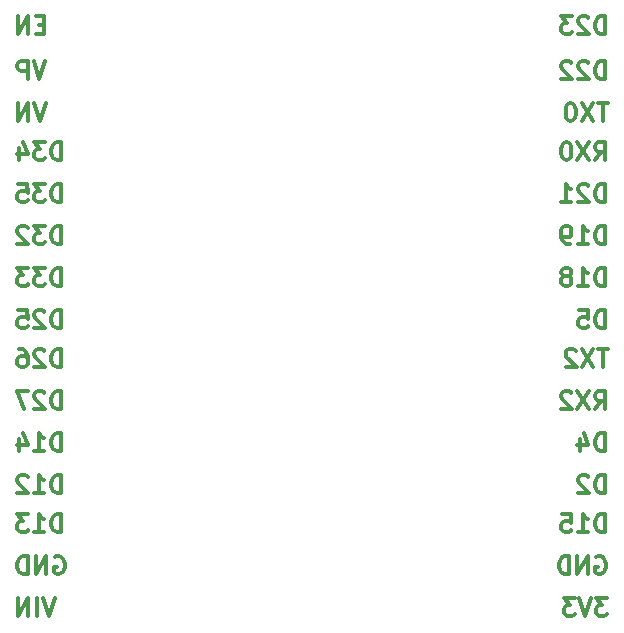
<source format=gbo>
%TF.GenerationSoftware,KiCad,Pcbnew,7.0.10-7.0.10~ubuntu22.04.1*%
%TF.CreationDate,2024-02-12T01:23:16+01:00*%
%TF.ProjectId,screw_terminal_breakout_board_esp32,73637265-775f-4746-9572-6d696e616c5f,rev?*%
%TF.SameCoordinates,Original*%
%TF.FileFunction,Legend,Bot*%
%TF.FilePolarity,Positive*%
%FSLAX46Y46*%
G04 Gerber Fmt 4.6, Leading zero omitted, Abs format (unit mm)*
G04 Created by KiCad (PCBNEW 7.0.10-7.0.10~ubuntu22.04.1) date 2024-02-12 01:23:16*
%MOMM*%
%LPD*%
G01*
G04 APERTURE LIST*
%ADD10C,0.300000*%
G04 APERTURE END LIST*
D10*
X163819774Y-112074257D02*
X163962632Y-112002828D01*
X163962632Y-112002828D02*
X164176917Y-112002828D01*
X164176917Y-112002828D02*
X164391203Y-112074257D01*
X164391203Y-112074257D02*
X164534060Y-112217114D01*
X164534060Y-112217114D02*
X164605489Y-112359971D01*
X164605489Y-112359971D02*
X164676917Y-112645685D01*
X164676917Y-112645685D02*
X164676917Y-112859971D01*
X164676917Y-112859971D02*
X164605489Y-113145685D01*
X164605489Y-113145685D02*
X164534060Y-113288542D01*
X164534060Y-113288542D02*
X164391203Y-113431400D01*
X164391203Y-113431400D02*
X164176917Y-113502828D01*
X164176917Y-113502828D02*
X164034060Y-113502828D01*
X164034060Y-113502828D02*
X163819774Y-113431400D01*
X163819774Y-113431400D02*
X163748346Y-113359971D01*
X163748346Y-113359971D02*
X163748346Y-112859971D01*
X163748346Y-112859971D02*
X164034060Y-112859971D01*
X163105489Y-113502828D02*
X163105489Y-112002828D01*
X163105489Y-112002828D02*
X162248346Y-113502828D01*
X162248346Y-113502828D02*
X162248346Y-112002828D01*
X161534060Y-113502828D02*
X161534060Y-112002828D01*
X161534060Y-112002828D02*
X161176917Y-112002828D01*
X161176917Y-112002828D02*
X160962631Y-112074257D01*
X160962631Y-112074257D02*
X160819774Y-112217114D01*
X160819774Y-112217114D02*
X160748345Y-112359971D01*
X160748345Y-112359971D02*
X160676917Y-112645685D01*
X160676917Y-112645685D02*
X160676917Y-112859971D01*
X160676917Y-112859971D02*
X160748345Y-113145685D01*
X160748345Y-113145685D02*
X160819774Y-113288542D01*
X160819774Y-113288542D02*
X160962631Y-113431400D01*
X160962631Y-113431400D02*
X161176917Y-113502828D01*
X161176917Y-113502828D02*
X161534060Y-113502828D01*
X164605489Y-89118828D02*
X164605489Y-87618828D01*
X164605489Y-87618828D02*
X164248346Y-87618828D01*
X164248346Y-87618828D02*
X164034060Y-87690257D01*
X164034060Y-87690257D02*
X163891203Y-87833114D01*
X163891203Y-87833114D02*
X163819774Y-87975971D01*
X163819774Y-87975971D02*
X163748346Y-88261685D01*
X163748346Y-88261685D02*
X163748346Y-88475971D01*
X163748346Y-88475971D02*
X163819774Y-88761685D01*
X163819774Y-88761685D02*
X163891203Y-88904542D01*
X163891203Y-88904542D02*
X164034060Y-89047400D01*
X164034060Y-89047400D02*
X164248346Y-89118828D01*
X164248346Y-89118828D02*
X164605489Y-89118828D01*
X162319774Y-89118828D02*
X163176917Y-89118828D01*
X162748346Y-89118828D02*
X162748346Y-87618828D01*
X162748346Y-87618828D02*
X162891203Y-87833114D01*
X162891203Y-87833114D02*
X163034060Y-87975971D01*
X163034060Y-87975971D02*
X163176917Y-88047400D01*
X161462632Y-88261685D02*
X161605489Y-88190257D01*
X161605489Y-88190257D02*
X161676918Y-88118828D01*
X161676918Y-88118828D02*
X161748346Y-87975971D01*
X161748346Y-87975971D02*
X161748346Y-87904542D01*
X161748346Y-87904542D02*
X161676918Y-87761685D01*
X161676918Y-87761685D02*
X161605489Y-87690257D01*
X161605489Y-87690257D02*
X161462632Y-87618828D01*
X161462632Y-87618828D02*
X161176918Y-87618828D01*
X161176918Y-87618828D02*
X161034061Y-87690257D01*
X161034061Y-87690257D02*
X160962632Y-87761685D01*
X160962632Y-87761685D02*
X160891203Y-87904542D01*
X160891203Y-87904542D02*
X160891203Y-87975971D01*
X160891203Y-87975971D02*
X160962632Y-88118828D01*
X160962632Y-88118828D02*
X161034061Y-88190257D01*
X161034061Y-88190257D02*
X161176918Y-88261685D01*
X161176918Y-88261685D02*
X161462632Y-88261685D01*
X161462632Y-88261685D02*
X161605489Y-88333114D01*
X161605489Y-88333114D02*
X161676918Y-88404542D01*
X161676918Y-88404542D02*
X161748346Y-88547400D01*
X161748346Y-88547400D02*
X161748346Y-88833114D01*
X161748346Y-88833114D02*
X161676918Y-88975971D01*
X161676918Y-88975971D02*
X161605489Y-89047400D01*
X161605489Y-89047400D02*
X161462632Y-89118828D01*
X161462632Y-89118828D02*
X161176918Y-89118828D01*
X161176918Y-89118828D02*
X161034061Y-89047400D01*
X161034061Y-89047400D02*
X160962632Y-88975971D01*
X160962632Y-88975971D02*
X160891203Y-88833114D01*
X160891203Y-88833114D02*
X160891203Y-88547400D01*
X160891203Y-88547400D02*
X160962632Y-88404542D01*
X160962632Y-88404542D02*
X161034061Y-88333114D01*
X161034061Y-88333114D02*
X161176918Y-88261685D01*
X164605489Y-71592828D02*
X164605489Y-70092828D01*
X164605489Y-70092828D02*
X164248346Y-70092828D01*
X164248346Y-70092828D02*
X164034060Y-70164257D01*
X164034060Y-70164257D02*
X163891203Y-70307114D01*
X163891203Y-70307114D02*
X163819774Y-70449971D01*
X163819774Y-70449971D02*
X163748346Y-70735685D01*
X163748346Y-70735685D02*
X163748346Y-70949971D01*
X163748346Y-70949971D02*
X163819774Y-71235685D01*
X163819774Y-71235685D02*
X163891203Y-71378542D01*
X163891203Y-71378542D02*
X164034060Y-71521400D01*
X164034060Y-71521400D02*
X164248346Y-71592828D01*
X164248346Y-71592828D02*
X164605489Y-71592828D01*
X163176917Y-70235685D02*
X163105489Y-70164257D01*
X163105489Y-70164257D02*
X162962632Y-70092828D01*
X162962632Y-70092828D02*
X162605489Y-70092828D01*
X162605489Y-70092828D02*
X162462632Y-70164257D01*
X162462632Y-70164257D02*
X162391203Y-70235685D01*
X162391203Y-70235685D02*
X162319774Y-70378542D01*
X162319774Y-70378542D02*
X162319774Y-70521400D01*
X162319774Y-70521400D02*
X162391203Y-70735685D01*
X162391203Y-70735685D02*
X163248346Y-71592828D01*
X163248346Y-71592828D02*
X162319774Y-71592828D01*
X161748346Y-70235685D02*
X161676918Y-70164257D01*
X161676918Y-70164257D02*
X161534061Y-70092828D01*
X161534061Y-70092828D02*
X161176918Y-70092828D01*
X161176918Y-70092828D02*
X161034061Y-70164257D01*
X161034061Y-70164257D02*
X160962632Y-70235685D01*
X160962632Y-70235685D02*
X160891203Y-70378542D01*
X160891203Y-70378542D02*
X160891203Y-70521400D01*
X160891203Y-70521400D02*
X160962632Y-70735685D01*
X160962632Y-70735685D02*
X161819775Y-71592828D01*
X161819775Y-71592828D02*
X160891203Y-71592828D01*
X164819774Y-73648828D02*
X163962632Y-73648828D01*
X164391203Y-75148828D02*
X164391203Y-73648828D01*
X163605489Y-73648828D02*
X162605489Y-75148828D01*
X162605489Y-73648828D02*
X163605489Y-75148828D01*
X161748346Y-73648828D02*
X161605489Y-73648828D01*
X161605489Y-73648828D02*
X161462632Y-73720257D01*
X161462632Y-73720257D02*
X161391204Y-73791685D01*
X161391204Y-73791685D02*
X161319775Y-73934542D01*
X161319775Y-73934542D02*
X161248346Y-74220257D01*
X161248346Y-74220257D02*
X161248346Y-74577400D01*
X161248346Y-74577400D02*
X161319775Y-74863114D01*
X161319775Y-74863114D02*
X161391204Y-75005971D01*
X161391204Y-75005971D02*
X161462632Y-75077400D01*
X161462632Y-75077400D02*
X161605489Y-75148828D01*
X161605489Y-75148828D02*
X161748346Y-75148828D01*
X161748346Y-75148828D02*
X161891204Y-75077400D01*
X161891204Y-75077400D02*
X161962632Y-75005971D01*
X161962632Y-75005971D02*
X162034061Y-74863114D01*
X162034061Y-74863114D02*
X162105489Y-74577400D01*
X162105489Y-74577400D02*
X162105489Y-74220257D01*
X162105489Y-74220257D02*
X162034061Y-73934542D01*
X162034061Y-73934542D02*
X161962632Y-73791685D01*
X161962632Y-73791685D02*
X161891204Y-73720257D01*
X161891204Y-73720257D02*
X161748346Y-73648828D01*
X164605489Y-85562828D02*
X164605489Y-84062828D01*
X164605489Y-84062828D02*
X164248346Y-84062828D01*
X164248346Y-84062828D02*
X164034060Y-84134257D01*
X164034060Y-84134257D02*
X163891203Y-84277114D01*
X163891203Y-84277114D02*
X163819774Y-84419971D01*
X163819774Y-84419971D02*
X163748346Y-84705685D01*
X163748346Y-84705685D02*
X163748346Y-84919971D01*
X163748346Y-84919971D02*
X163819774Y-85205685D01*
X163819774Y-85205685D02*
X163891203Y-85348542D01*
X163891203Y-85348542D02*
X164034060Y-85491400D01*
X164034060Y-85491400D02*
X164248346Y-85562828D01*
X164248346Y-85562828D02*
X164605489Y-85562828D01*
X162319774Y-85562828D02*
X163176917Y-85562828D01*
X162748346Y-85562828D02*
X162748346Y-84062828D01*
X162748346Y-84062828D02*
X162891203Y-84277114D01*
X162891203Y-84277114D02*
X163034060Y-84419971D01*
X163034060Y-84419971D02*
X163176917Y-84491400D01*
X161605489Y-85562828D02*
X161319775Y-85562828D01*
X161319775Y-85562828D02*
X161176918Y-85491400D01*
X161176918Y-85491400D02*
X161105489Y-85419971D01*
X161105489Y-85419971D02*
X160962632Y-85205685D01*
X160962632Y-85205685D02*
X160891203Y-84919971D01*
X160891203Y-84919971D02*
X160891203Y-84348542D01*
X160891203Y-84348542D02*
X160962632Y-84205685D01*
X160962632Y-84205685D02*
X161034061Y-84134257D01*
X161034061Y-84134257D02*
X161176918Y-84062828D01*
X161176918Y-84062828D02*
X161462632Y-84062828D01*
X161462632Y-84062828D02*
X161605489Y-84134257D01*
X161605489Y-84134257D02*
X161676918Y-84205685D01*
X161676918Y-84205685D02*
X161748346Y-84348542D01*
X161748346Y-84348542D02*
X161748346Y-84705685D01*
X161748346Y-84705685D02*
X161676918Y-84848542D01*
X161676918Y-84848542D02*
X161605489Y-84919971D01*
X161605489Y-84919971D02*
X161462632Y-84991400D01*
X161462632Y-84991400D02*
X161176918Y-84991400D01*
X161176918Y-84991400D02*
X161034061Y-84919971D01*
X161034061Y-84919971D02*
X160962632Y-84848542D01*
X160962632Y-84848542D02*
X160891203Y-84705685D01*
X117271653Y-73648828D02*
X116771653Y-75148828D01*
X116771653Y-75148828D02*
X116271653Y-73648828D01*
X115771654Y-75148828D02*
X115771654Y-73648828D01*
X115771654Y-73648828D02*
X114914511Y-75148828D01*
X114914511Y-75148828D02*
X114914511Y-73648828D01*
X118557367Y-95976828D02*
X118557367Y-94476828D01*
X118557367Y-94476828D02*
X118200224Y-94476828D01*
X118200224Y-94476828D02*
X117985938Y-94548257D01*
X117985938Y-94548257D02*
X117843081Y-94691114D01*
X117843081Y-94691114D02*
X117771652Y-94833971D01*
X117771652Y-94833971D02*
X117700224Y-95119685D01*
X117700224Y-95119685D02*
X117700224Y-95333971D01*
X117700224Y-95333971D02*
X117771652Y-95619685D01*
X117771652Y-95619685D02*
X117843081Y-95762542D01*
X117843081Y-95762542D02*
X117985938Y-95905400D01*
X117985938Y-95905400D02*
X118200224Y-95976828D01*
X118200224Y-95976828D02*
X118557367Y-95976828D01*
X117128795Y-94619685D02*
X117057367Y-94548257D01*
X117057367Y-94548257D02*
X116914510Y-94476828D01*
X116914510Y-94476828D02*
X116557367Y-94476828D01*
X116557367Y-94476828D02*
X116414510Y-94548257D01*
X116414510Y-94548257D02*
X116343081Y-94619685D01*
X116343081Y-94619685D02*
X116271652Y-94762542D01*
X116271652Y-94762542D02*
X116271652Y-94905400D01*
X116271652Y-94905400D02*
X116343081Y-95119685D01*
X116343081Y-95119685D02*
X117200224Y-95976828D01*
X117200224Y-95976828D02*
X116271652Y-95976828D01*
X114985939Y-94476828D02*
X115271653Y-94476828D01*
X115271653Y-94476828D02*
X115414510Y-94548257D01*
X115414510Y-94548257D02*
X115485939Y-94619685D01*
X115485939Y-94619685D02*
X115628796Y-94833971D01*
X115628796Y-94833971D02*
X115700224Y-95119685D01*
X115700224Y-95119685D02*
X115700224Y-95691114D01*
X115700224Y-95691114D02*
X115628796Y-95833971D01*
X115628796Y-95833971D02*
X115557367Y-95905400D01*
X115557367Y-95905400D02*
X115414510Y-95976828D01*
X115414510Y-95976828D02*
X115128796Y-95976828D01*
X115128796Y-95976828D02*
X114985939Y-95905400D01*
X114985939Y-95905400D02*
X114914510Y-95833971D01*
X114914510Y-95833971D02*
X114843081Y-95691114D01*
X114843081Y-95691114D02*
X114843081Y-95333971D01*
X114843081Y-95333971D02*
X114914510Y-95191114D01*
X114914510Y-95191114D02*
X114985939Y-95119685D01*
X114985939Y-95119685D02*
X115128796Y-95048257D01*
X115128796Y-95048257D02*
X115414510Y-95048257D01*
X115414510Y-95048257D02*
X115557367Y-95119685D01*
X115557367Y-95119685D02*
X115628796Y-95191114D01*
X115628796Y-95191114D02*
X115700224Y-95333971D01*
X118557367Y-78450828D02*
X118557367Y-76950828D01*
X118557367Y-76950828D02*
X118200224Y-76950828D01*
X118200224Y-76950828D02*
X117985938Y-77022257D01*
X117985938Y-77022257D02*
X117843081Y-77165114D01*
X117843081Y-77165114D02*
X117771652Y-77307971D01*
X117771652Y-77307971D02*
X117700224Y-77593685D01*
X117700224Y-77593685D02*
X117700224Y-77807971D01*
X117700224Y-77807971D02*
X117771652Y-78093685D01*
X117771652Y-78093685D02*
X117843081Y-78236542D01*
X117843081Y-78236542D02*
X117985938Y-78379400D01*
X117985938Y-78379400D02*
X118200224Y-78450828D01*
X118200224Y-78450828D02*
X118557367Y-78450828D01*
X117200224Y-76950828D02*
X116271652Y-76950828D01*
X116271652Y-76950828D02*
X116771652Y-77522257D01*
X116771652Y-77522257D02*
X116557367Y-77522257D01*
X116557367Y-77522257D02*
X116414510Y-77593685D01*
X116414510Y-77593685D02*
X116343081Y-77665114D01*
X116343081Y-77665114D02*
X116271652Y-77807971D01*
X116271652Y-77807971D02*
X116271652Y-78165114D01*
X116271652Y-78165114D02*
X116343081Y-78307971D01*
X116343081Y-78307971D02*
X116414510Y-78379400D01*
X116414510Y-78379400D02*
X116557367Y-78450828D01*
X116557367Y-78450828D02*
X116985938Y-78450828D01*
X116985938Y-78450828D02*
X117128795Y-78379400D01*
X117128795Y-78379400D02*
X117200224Y-78307971D01*
X114985939Y-77450828D02*
X114985939Y-78450828D01*
X115343081Y-76879400D02*
X115700224Y-77950828D01*
X115700224Y-77950828D02*
X114771653Y-77950828D01*
X163748346Y-99532828D02*
X164248346Y-98818542D01*
X164605489Y-99532828D02*
X164605489Y-98032828D01*
X164605489Y-98032828D02*
X164034060Y-98032828D01*
X164034060Y-98032828D02*
X163891203Y-98104257D01*
X163891203Y-98104257D02*
X163819774Y-98175685D01*
X163819774Y-98175685D02*
X163748346Y-98318542D01*
X163748346Y-98318542D02*
X163748346Y-98532828D01*
X163748346Y-98532828D02*
X163819774Y-98675685D01*
X163819774Y-98675685D02*
X163891203Y-98747114D01*
X163891203Y-98747114D02*
X164034060Y-98818542D01*
X164034060Y-98818542D02*
X164605489Y-98818542D01*
X163248346Y-98032828D02*
X162248346Y-99532828D01*
X162248346Y-98032828D02*
X163248346Y-99532828D01*
X161748346Y-98175685D02*
X161676918Y-98104257D01*
X161676918Y-98104257D02*
X161534061Y-98032828D01*
X161534061Y-98032828D02*
X161176918Y-98032828D01*
X161176918Y-98032828D02*
X161034061Y-98104257D01*
X161034061Y-98104257D02*
X160962632Y-98175685D01*
X160962632Y-98175685D02*
X160891203Y-98318542D01*
X160891203Y-98318542D02*
X160891203Y-98461400D01*
X160891203Y-98461400D02*
X160962632Y-98675685D01*
X160962632Y-98675685D02*
X161819775Y-99532828D01*
X161819775Y-99532828D02*
X160891203Y-99532828D01*
X164605489Y-106644828D02*
X164605489Y-105144828D01*
X164605489Y-105144828D02*
X164248346Y-105144828D01*
X164248346Y-105144828D02*
X164034060Y-105216257D01*
X164034060Y-105216257D02*
X163891203Y-105359114D01*
X163891203Y-105359114D02*
X163819774Y-105501971D01*
X163819774Y-105501971D02*
X163748346Y-105787685D01*
X163748346Y-105787685D02*
X163748346Y-106001971D01*
X163748346Y-106001971D02*
X163819774Y-106287685D01*
X163819774Y-106287685D02*
X163891203Y-106430542D01*
X163891203Y-106430542D02*
X164034060Y-106573400D01*
X164034060Y-106573400D02*
X164248346Y-106644828D01*
X164248346Y-106644828D02*
X164605489Y-106644828D01*
X163176917Y-105287685D02*
X163105489Y-105216257D01*
X163105489Y-105216257D02*
X162962632Y-105144828D01*
X162962632Y-105144828D02*
X162605489Y-105144828D01*
X162605489Y-105144828D02*
X162462632Y-105216257D01*
X162462632Y-105216257D02*
X162391203Y-105287685D01*
X162391203Y-105287685D02*
X162319774Y-105430542D01*
X162319774Y-105430542D02*
X162319774Y-105573400D01*
X162319774Y-105573400D02*
X162391203Y-105787685D01*
X162391203Y-105787685D02*
X163248346Y-106644828D01*
X163248346Y-106644828D02*
X162319774Y-106644828D01*
X118557367Y-89118828D02*
X118557367Y-87618828D01*
X118557367Y-87618828D02*
X118200224Y-87618828D01*
X118200224Y-87618828D02*
X117985938Y-87690257D01*
X117985938Y-87690257D02*
X117843081Y-87833114D01*
X117843081Y-87833114D02*
X117771652Y-87975971D01*
X117771652Y-87975971D02*
X117700224Y-88261685D01*
X117700224Y-88261685D02*
X117700224Y-88475971D01*
X117700224Y-88475971D02*
X117771652Y-88761685D01*
X117771652Y-88761685D02*
X117843081Y-88904542D01*
X117843081Y-88904542D02*
X117985938Y-89047400D01*
X117985938Y-89047400D02*
X118200224Y-89118828D01*
X118200224Y-89118828D02*
X118557367Y-89118828D01*
X117200224Y-87618828D02*
X116271652Y-87618828D01*
X116271652Y-87618828D02*
X116771652Y-88190257D01*
X116771652Y-88190257D02*
X116557367Y-88190257D01*
X116557367Y-88190257D02*
X116414510Y-88261685D01*
X116414510Y-88261685D02*
X116343081Y-88333114D01*
X116343081Y-88333114D02*
X116271652Y-88475971D01*
X116271652Y-88475971D02*
X116271652Y-88833114D01*
X116271652Y-88833114D02*
X116343081Y-88975971D01*
X116343081Y-88975971D02*
X116414510Y-89047400D01*
X116414510Y-89047400D02*
X116557367Y-89118828D01*
X116557367Y-89118828D02*
X116985938Y-89118828D01*
X116985938Y-89118828D02*
X117128795Y-89047400D01*
X117128795Y-89047400D02*
X117200224Y-88975971D01*
X115771653Y-87618828D02*
X114843081Y-87618828D01*
X114843081Y-87618828D02*
X115343081Y-88190257D01*
X115343081Y-88190257D02*
X115128796Y-88190257D01*
X115128796Y-88190257D02*
X114985939Y-88261685D01*
X114985939Y-88261685D02*
X114914510Y-88333114D01*
X114914510Y-88333114D02*
X114843081Y-88475971D01*
X114843081Y-88475971D02*
X114843081Y-88833114D01*
X114843081Y-88833114D02*
X114914510Y-88975971D01*
X114914510Y-88975971D02*
X114985939Y-89047400D01*
X114985939Y-89047400D02*
X115128796Y-89118828D01*
X115128796Y-89118828D02*
X115557367Y-89118828D01*
X115557367Y-89118828D02*
X115700224Y-89047400D01*
X115700224Y-89047400D02*
X115771653Y-88975971D01*
X164605489Y-82006828D02*
X164605489Y-80506828D01*
X164605489Y-80506828D02*
X164248346Y-80506828D01*
X164248346Y-80506828D02*
X164034060Y-80578257D01*
X164034060Y-80578257D02*
X163891203Y-80721114D01*
X163891203Y-80721114D02*
X163819774Y-80863971D01*
X163819774Y-80863971D02*
X163748346Y-81149685D01*
X163748346Y-81149685D02*
X163748346Y-81363971D01*
X163748346Y-81363971D02*
X163819774Y-81649685D01*
X163819774Y-81649685D02*
X163891203Y-81792542D01*
X163891203Y-81792542D02*
X164034060Y-81935400D01*
X164034060Y-81935400D02*
X164248346Y-82006828D01*
X164248346Y-82006828D02*
X164605489Y-82006828D01*
X163176917Y-80649685D02*
X163105489Y-80578257D01*
X163105489Y-80578257D02*
X162962632Y-80506828D01*
X162962632Y-80506828D02*
X162605489Y-80506828D01*
X162605489Y-80506828D02*
X162462632Y-80578257D01*
X162462632Y-80578257D02*
X162391203Y-80649685D01*
X162391203Y-80649685D02*
X162319774Y-80792542D01*
X162319774Y-80792542D02*
X162319774Y-80935400D01*
X162319774Y-80935400D02*
X162391203Y-81149685D01*
X162391203Y-81149685D02*
X163248346Y-82006828D01*
X163248346Y-82006828D02*
X162319774Y-82006828D01*
X160891203Y-82006828D02*
X161748346Y-82006828D01*
X161319775Y-82006828D02*
X161319775Y-80506828D01*
X161319775Y-80506828D02*
X161462632Y-80721114D01*
X161462632Y-80721114D02*
X161605489Y-80863971D01*
X161605489Y-80863971D02*
X161748346Y-80935400D01*
X118557367Y-92674828D02*
X118557367Y-91174828D01*
X118557367Y-91174828D02*
X118200224Y-91174828D01*
X118200224Y-91174828D02*
X117985938Y-91246257D01*
X117985938Y-91246257D02*
X117843081Y-91389114D01*
X117843081Y-91389114D02*
X117771652Y-91531971D01*
X117771652Y-91531971D02*
X117700224Y-91817685D01*
X117700224Y-91817685D02*
X117700224Y-92031971D01*
X117700224Y-92031971D02*
X117771652Y-92317685D01*
X117771652Y-92317685D02*
X117843081Y-92460542D01*
X117843081Y-92460542D02*
X117985938Y-92603400D01*
X117985938Y-92603400D02*
X118200224Y-92674828D01*
X118200224Y-92674828D02*
X118557367Y-92674828D01*
X117128795Y-91317685D02*
X117057367Y-91246257D01*
X117057367Y-91246257D02*
X116914510Y-91174828D01*
X116914510Y-91174828D02*
X116557367Y-91174828D01*
X116557367Y-91174828D02*
X116414510Y-91246257D01*
X116414510Y-91246257D02*
X116343081Y-91317685D01*
X116343081Y-91317685D02*
X116271652Y-91460542D01*
X116271652Y-91460542D02*
X116271652Y-91603400D01*
X116271652Y-91603400D02*
X116343081Y-91817685D01*
X116343081Y-91817685D02*
X117200224Y-92674828D01*
X117200224Y-92674828D02*
X116271652Y-92674828D01*
X114914510Y-91174828D02*
X115628796Y-91174828D01*
X115628796Y-91174828D02*
X115700224Y-91889114D01*
X115700224Y-91889114D02*
X115628796Y-91817685D01*
X115628796Y-91817685D02*
X115485939Y-91746257D01*
X115485939Y-91746257D02*
X115128796Y-91746257D01*
X115128796Y-91746257D02*
X114985939Y-91817685D01*
X114985939Y-91817685D02*
X114914510Y-91889114D01*
X114914510Y-91889114D02*
X114843081Y-92031971D01*
X114843081Y-92031971D02*
X114843081Y-92389114D01*
X114843081Y-92389114D02*
X114914510Y-92531971D01*
X114914510Y-92531971D02*
X114985939Y-92603400D01*
X114985939Y-92603400D02*
X115128796Y-92674828D01*
X115128796Y-92674828D02*
X115485939Y-92674828D01*
X115485939Y-92674828D02*
X115628796Y-92603400D01*
X115628796Y-92603400D02*
X115700224Y-92531971D01*
X118557367Y-82006828D02*
X118557367Y-80506828D01*
X118557367Y-80506828D02*
X118200224Y-80506828D01*
X118200224Y-80506828D02*
X117985938Y-80578257D01*
X117985938Y-80578257D02*
X117843081Y-80721114D01*
X117843081Y-80721114D02*
X117771652Y-80863971D01*
X117771652Y-80863971D02*
X117700224Y-81149685D01*
X117700224Y-81149685D02*
X117700224Y-81363971D01*
X117700224Y-81363971D02*
X117771652Y-81649685D01*
X117771652Y-81649685D02*
X117843081Y-81792542D01*
X117843081Y-81792542D02*
X117985938Y-81935400D01*
X117985938Y-81935400D02*
X118200224Y-82006828D01*
X118200224Y-82006828D02*
X118557367Y-82006828D01*
X117200224Y-80506828D02*
X116271652Y-80506828D01*
X116271652Y-80506828D02*
X116771652Y-81078257D01*
X116771652Y-81078257D02*
X116557367Y-81078257D01*
X116557367Y-81078257D02*
X116414510Y-81149685D01*
X116414510Y-81149685D02*
X116343081Y-81221114D01*
X116343081Y-81221114D02*
X116271652Y-81363971D01*
X116271652Y-81363971D02*
X116271652Y-81721114D01*
X116271652Y-81721114D02*
X116343081Y-81863971D01*
X116343081Y-81863971D02*
X116414510Y-81935400D01*
X116414510Y-81935400D02*
X116557367Y-82006828D01*
X116557367Y-82006828D02*
X116985938Y-82006828D01*
X116985938Y-82006828D02*
X117128795Y-81935400D01*
X117128795Y-81935400D02*
X117200224Y-81863971D01*
X114914510Y-80506828D02*
X115628796Y-80506828D01*
X115628796Y-80506828D02*
X115700224Y-81221114D01*
X115700224Y-81221114D02*
X115628796Y-81149685D01*
X115628796Y-81149685D02*
X115485939Y-81078257D01*
X115485939Y-81078257D02*
X115128796Y-81078257D01*
X115128796Y-81078257D02*
X114985939Y-81149685D01*
X114985939Y-81149685D02*
X114914510Y-81221114D01*
X114914510Y-81221114D02*
X114843081Y-81363971D01*
X114843081Y-81363971D02*
X114843081Y-81721114D01*
X114843081Y-81721114D02*
X114914510Y-81863971D01*
X114914510Y-81863971D02*
X114985939Y-81935400D01*
X114985939Y-81935400D02*
X115128796Y-82006828D01*
X115128796Y-82006828D02*
X115485939Y-82006828D01*
X115485939Y-82006828D02*
X115628796Y-81935400D01*
X115628796Y-81935400D02*
X115700224Y-81863971D01*
X118557367Y-109946828D02*
X118557367Y-108446828D01*
X118557367Y-108446828D02*
X118200224Y-108446828D01*
X118200224Y-108446828D02*
X117985938Y-108518257D01*
X117985938Y-108518257D02*
X117843081Y-108661114D01*
X117843081Y-108661114D02*
X117771652Y-108803971D01*
X117771652Y-108803971D02*
X117700224Y-109089685D01*
X117700224Y-109089685D02*
X117700224Y-109303971D01*
X117700224Y-109303971D02*
X117771652Y-109589685D01*
X117771652Y-109589685D02*
X117843081Y-109732542D01*
X117843081Y-109732542D02*
X117985938Y-109875400D01*
X117985938Y-109875400D02*
X118200224Y-109946828D01*
X118200224Y-109946828D02*
X118557367Y-109946828D01*
X116271652Y-109946828D02*
X117128795Y-109946828D01*
X116700224Y-109946828D02*
X116700224Y-108446828D01*
X116700224Y-108446828D02*
X116843081Y-108661114D01*
X116843081Y-108661114D02*
X116985938Y-108803971D01*
X116985938Y-108803971D02*
X117128795Y-108875400D01*
X115771653Y-108446828D02*
X114843081Y-108446828D01*
X114843081Y-108446828D02*
X115343081Y-109018257D01*
X115343081Y-109018257D02*
X115128796Y-109018257D01*
X115128796Y-109018257D02*
X114985939Y-109089685D01*
X114985939Y-109089685D02*
X114914510Y-109161114D01*
X114914510Y-109161114D02*
X114843081Y-109303971D01*
X114843081Y-109303971D02*
X114843081Y-109661114D01*
X114843081Y-109661114D02*
X114914510Y-109803971D01*
X114914510Y-109803971D02*
X114985939Y-109875400D01*
X114985939Y-109875400D02*
X115128796Y-109946828D01*
X115128796Y-109946828D02*
X115557367Y-109946828D01*
X115557367Y-109946828D02*
X115700224Y-109875400D01*
X115700224Y-109875400D02*
X115771653Y-109803971D01*
X164748346Y-115558828D02*
X163819774Y-115558828D01*
X163819774Y-115558828D02*
X164319774Y-116130257D01*
X164319774Y-116130257D02*
X164105489Y-116130257D01*
X164105489Y-116130257D02*
X163962632Y-116201685D01*
X163962632Y-116201685D02*
X163891203Y-116273114D01*
X163891203Y-116273114D02*
X163819774Y-116415971D01*
X163819774Y-116415971D02*
X163819774Y-116773114D01*
X163819774Y-116773114D02*
X163891203Y-116915971D01*
X163891203Y-116915971D02*
X163962632Y-116987400D01*
X163962632Y-116987400D02*
X164105489Y-117058828D01*
X164105489Y-117058828D02*
X164534060Y-117058828D01*
X164534060Y-117058828D02*
X164676917Y-116987400D01*
X164676917Y-116987400D02*
X164748346Y-116915971D01*
X163391203Y-115558828D02*
X162891203Y-117058828D01*
X162891203Y-117058828D02*
X162391203Y-115558828D01*
X162034061Y-115558828D02*
X161105489Y-115558828D01*
X161105489Y-115558828D02*
X161605489Y-116130257D01*
X161605489Y-116130257D02*
X161391204Y-116130257D01*
X161391204Y-116130257D02*
X161248347Y-116201685D01*
X161248347Y-116201685D02*
X161176918Y-116273114D01*
X161176918Y-116273114D02*
X161105489Y-116415971D01*
X161105489Y-116415971D02*
X161105489Y-116773114D01*
X161105489Y-116773114D02*
X161176918Y-116915971D01*
X161176918Y-116915971D02*
X161248347Y-116987400D01*
X161248347Y-116987400D02*
X161391204Y-117058828D01*
X161391204Y-117058828D02*
X161819775Y-117058828D01*
X161819775Y-117058828D02*
X161962632Y-116987400D01*
X161962632Y-116987400D02*
X162034061Y-116915971D01*
X164605489Y-67782828D02*
X164605489Y-66282828D01*
X164605489Y-66282828D02*
X164248346Y-66282828D01*
X164248346Y-66282828D02*
X164034060Y-66354257D01*
X164034060Y-66354257D02*
X163891203Y-66497114D01*
X163891203Y-66497114D02*
X163819774Y-66639971D01*
X163819774Y-66639971D02*
X163748346Y-66925685D01*
X163748346Y-66925685D02*
X163748346Y-67139971D01*
X163748346Y-67139971D02*
X163819774Y-67425685D01*
X163819774Y-67425685D02*
X163891203Y-67568542D01*
X163891203Y-67568542D02*
X164034060Y-67711400D01*
X164034060Y-67711400D02*
X164248346Y-67782828D01*
X164248346Y-67782828D02*
X164605489Y-67782828D01*
X163176917Y-66425685D02*
X163105489Y-66354257D01*
X163105489Y-66354257D02*
X162962632Y-66282828D01*
X162962632Y-66282828D02*
X162605489Y-66282828D01*
X162605489Y-66282828D02*
X162462632Y-66354257D01*
X162462632Y-66354257D02*
X162391203Y-66425685D01*
X162391203Y-66425685D02*
X162319774Y-66568542D01*
X162319774Y-66568542D02*
X162319774Y-66711400D01*
X162319774Y-66711400D02*
X162391203Y-66925685D01*
X162391203Y-66925685D02*
X163248346Y-67782828D01*
X163248346Y-67782828D02*
X162319774Y-67782828D01*
X161819775Y-66282828D02*
X160891203Y-66282828D01*
X160891203Y-66282828D02*
X161391203Y-66854257D01*
X161391203Y-66854257D02*
X161176918Y-66854257D01*
X161176918Y-66854257D02*
X161034061Y-66925685D01*
X161034061Y-66925685D02*
X160962632Y-66997114D01*
X160962632Y-66997114D02*
X160891203Y-67139971D01*
X160891203Y-67139971D02*
X160891203Y-67497114D01*
X160891203Y-67497114D02*
X160962632Y-67639971D01*
X160962632Y-67639971D02*
X161034061Y-67711400D01*
X161034061Y-67711400D02*
X161176918Y-67782828D01*
X161176918Y-67782828D02*
X161605489Y-67782828D01*
X161605489Y-67782828D02*
X161748346Y-67711400D01*
X161748346Y-67711400D02*
X161819775Y-67639971D01*
X164605489Y-103088828D02*
X164605489Y-101588828D01*
X164605489Y-101588828D02*
X164248346Y-101588828D01*
X164248346Y-101588828D02*
X164034060Y-101660257D01*
X164034060Y-101660257D02*
X163891203Y-101803114D01*
X163891203Y-101803114D02*
X163819774Y-101945971D01*
X163819774Y-101945971D02*
X163748346Y-102231685D01*
X163748346Y-102231685D02*
X163748346Y-102445971D01*
X163748346Y-102445971D02*
X163819774Y-102731685D01*
X163819774Y-102731685D02*
X163891203Y-102874542D01*
X163891203Y-102874542D02*
X164034060Y-103017400D01*
X164034060Y-103017400D02*
X164248346Y-103088828D01*
X164248346Y-103088828D02*
X164605489Y-103088828D01*
X162462632Y-102088828D02*
X162462632Y-103088828D01*
X162819774Y-101517400D02*
X163176917Y-102588828D01*
X163176917Y-102588828D02*
X162248346Y-102588828D01*
X117128797Y-66997114D02*
X116628797Y-66997114D01*
X116414511Y-67782828D02*
X117128797Y-67782828D01*
X117128797Y-67782828D02*
X117128797Y-66282828D01*
X117128797Y-66282828D02*
X116414511Y-66282828D01*
X115771654Y-67782828D02*
X115771654Y-66282828D01*
X115771654Y-66282828D02*
X114914511Y-67782828D01*
X114914511Y-67782828D02*
X114914511Y-66282828D01*
X118557367Y-103088828D02*
X118557367Y-101588828D01*
X118557367Y-101588828D02*
X118200224Y-101588828D01*
X118200224Y-101588828D02*
X117985938Y-101660257D01*
X117985938Y-101660257D02*
X117843081Y-101803114D01*
X117843081Y-101803114D02*
X117771652Y-101945971D01*
X117771652Y-101945971D02*
X117700224Y-102231685D01*
X117700224Y-102231685D02*
X117700224Y-102445971D01*
X117700224Y-102445971D02*
X117771652Y-102731685D01*
X117771652Y-102731685D02*
X117843081Y-102874542D01*
X117843081Y-102874542D02*
X117985938Y-103017400D01*
X117985938Y-103017400D02*
X118200224Y-103088828D01*
X118200224Y-103088828D02*
X118557367Y-103088828D01*
X116271652Y-103088828D02*
X117128795Y-103088828D01*
X116700224Y-103088828D02*
X116700224Y-101588828D01*
X116700224Y-101588828D02*
X116843081Y-101803114D01*
X116843081Y-101803114D02*
X116985938Y-101945971D01*
X116985938Y-101945971D02*
X117128795Y-102017400D01*
X114985939Y-102088828D02*
X114985939Y-103088828D01*
X115343081Y-101517400D02*
X115700224Y-102588828D01*
X115700224Y-102588828D02*
X114771653Y-102588828D01*
X118557367Y-106644828D02*
X118557367Y-105144828D01*
X118557367Y-105144828D02*
X118200224Y-105144828D01*
X118200224Y-105144828D02*
X117985938Y-105216257D01*
X117985938Y-105216257D02*
X117843081Y-105359114D01*
X117843081Y-105359114D02*
X117771652Y-105501971D01*
X117771652Y-105501971D02*
X117700224Y-105787685D01*
X117700224Y-105787685D02*
X117700224Y-106001971D01*
X117700224Y-106001971D02*
X117771652Y-106287685D01*
X117771652Y-106287685D02*
X117843081Y-106430542D01*
X117843081Y-106430542D02*
X117985938Y-106573400D01*
X117985938Y-106573400D02*
X118200224Y-106644828D01*
X118200224Y-106644828D02*
X118557367Y-106644828D01*
X116271652Y-106644828D02*
X117128795Y-106644828D01*
X116700224Y-106644828D02*
X116700224Y-105144828D01*
X116700224Y-105144828D02*
X116843081Y-105359114D01*
X116843081Y-105359114D02*
X116985938Y-105501971D01*
X116985938Y-105501971D02*
X117128795Y-105573400D01*
X115700224Y-105287685D02*
X115628796Y-105216257D01*
X115628796Y-105216257D02*
X115485939Y-105144828D01*
X115485939Y-105144828D02*
X115128796Y-105144828D01*
X115128796Y-105144828D02*
X114985939Y-105216257D01*
X114985939Y-105216257D02*
X114914510Y-105287685D01*
X114914510Y-105287685D02*
X114843081Y-105430542D01*
X114843081Y-105430542D02*
X114843081Y-105573400D01*
X114843081Y-105573400D02*
X114914510Y-105787685D01*
X114914510Y-105787685D02*
X115771653Y-106644828D01*
X115771653Y-106644828D02*
X114843081Y-106644828D01*
X164605489Y-109946828D02*
X164605489Y-108446828D01*
X164605489Y-108446828D02*
X164248346Y-108446828D01*
X164248346Y-108446828D02*
X164034060Y-108518257D01*
X164034060Y-108518257D02*
X163891203Y-108661114D01*
X163891203Y-108661114D02*
X163819774Y-108803971D01*
X163819774Y-108803971D02*
X163748346Y-109089685D01*
X163748346Y-109089685D02*
X163748346Y-109303971D01*
X163748346Y-109303971D02*
X163819774Y-109589685D01*
X163819774Y-109589685D02*
X163891203Y-109732542D01*
X163891203Y-109732542D02*
X164034060Y-109875400D01*
X164034060Y-109875400D02*
X164248346Y-109946828D01*
X164248346Y-109946828D02*
X164605489Y-109946828D01*
X162319774Y-109946828D02*
X163176917Y-109946828D01*
X162748346Y-109946828D02*
X162748346Y-108446828D01*
X162748346Y-108446828D02*
X162891203Y-108661114D01*
X162891203Y-108661114D02*
X163034060Y-108803971D01*
X163034060Y-108803971D02*
X163176917Y-108875400D01*
X160962632Y-108446828D02*
X161676918Y-108446828D01*
X161676918Y-108446828D02*
X161748346Y-109161114D01*
X161748346Y-109161114D02*
X161676918Y-109089685D01*
X161676918Y-109089685D02*
X161534061Y-109018257D01*
X161534061Y-109018257D02*
X161176918Y-109018257D01*
X161176918Y-109018257D02*
X161034061Y-109089685D01*
X161034061Y-109089685D02*
X160962632Y-109161114D01*
X160962632Y-109161114D02*
X160891203Y-109303971D01*
X160891203Y-109303971D02*
X160891203Y-109661114D01*
X160891203Y-109661114D02*
X160962632Y-109803971D01*
X160962632Y-109803971D02*
X161034061Y-109875400D01*
X161034061Y-109875400D02*
X161176918Y-109946828D01*
X161176918Y-109946828D02*
X161534061Y-109946828D01*
X161534061Y-109946828D02*
X161676918Y-109875400D01*
X161676918Y-109875400D02*
X161748346Y-109803971D01*
X117985939Y-115558828D02*
X117485939Y-117058828D01*
X117485939Y-117058828D02*
X116985939Y-115558828D01*
X116485940Y-117058828D02*
X116485940Y-115558828D01*
X115771654Y-117058828D02*
X115771654Y-115558828D01*
X115771654Y-115558828D02*
X114914511Y-117058828D01*
X114914511Y-117058828D02*
X114914511Y-115558828D01*
X118557367Y-85562828D02*
X118557367Y-84062828D01*
X118557367Y-84062828D02*
X118200224Y-84062828D01*
X118200224Y-84062828D02*
X117985938Y-84134257D01*
X117985938Y-84134257D02*
X117843081Y-84277114D01*
X117843081Y-84277114D02*
X117771652Y-84419971D01*
X117771652Y-84419971D02*
X117700224Y-84705685D01*
X117700224Y-84705685D02*
X117700224Y-84919971D01*
X117700224Y-84919971D02*
X117771652Y-85205685D01*
X117771652Y-85205685D02*
X117843081Y-85348542D01*
X117843081Y-85348542D02*
X117985938Y-85491400D01*
X117985938Y-85491400D02*
X118200224Y-85562828D01*
X118200224Y-85562828D02*
X118557367Y-85562828D01*
X117200224Y-84062828D02*
X116271652Y-84062828D01*
X116271652Y-84062828D02*
X116771652Y-84634257D01*
X116771652Y-84634257D02*
X116557367Y-84634257D01*
X116557367Y-84634257D02*
X116414510Y-84705685D01*
X116414510Y-84705685D02*
X116343081Y-84777114D01*
X116343081Y-84777114D02*
X116271652Y-84919971D01*
X116271652Y-84919971D02*
X116271652Y-85277114D01*
X116271652Y-85277114D02*
X116343081Y-85419971D01*
X116343081Y-85419971D02*
X116414510Y-85491400D01*
X116414510Y-85491400D02*
X116557367Y-85562828D01*
X116557367Y-85562828D02*
X116985938Y-85562828D01*
X116985938Y-85562828D02*
X117128795Y-85491400D01*
X117128795Y-85491400D02*
X117200224Y-85419971D01*
X115700224Y-84205685D02*
X115628796Y-84134257D01*
X115628796Y-84134257D02*
X115485939Y-84062828D01*
X115485939Y-84062828D02*
X115128796Y-84062828D01*
X115128796Y-84062828D02*
X114985939Y-84134257D01*
X114985939Y-84134257D02*
X114914510Y-84205685D01*
X114914510Y-84205685D02*
X114843081Y-84348542D01*
X114843081Y-84348542D02*
X114843081Y-84491400D01*
X114843081Y-84491400D02*
X114914510Y-84705685D01*
X114914510Y-84705685D02*
X115771653Y-85562828D01*
X115771653Y-85562828D02*
X114843081Y-85562828D01*
X117985939Y-112074257D02*
X118128797Y-112002828D01*
X118128797Y-112002828D02*
X118343082Y-112002828D01*
X118343082Y-112002828D02*
X118557368Y-112074257D01*
X118557368Y-112074257D02*
X118700225Y-112217114D01*
X118700225Y-112217114D02*
X118771654Y-112359971D01*
X118771654Y-112359971D02*
X118843082Y-112645685D01*
X118843082Y-112645685D02*
X118843082Y-112859971D01*
X118843082Y-112859971D02*
X118771654Y-113145685D01*
X118771654Y-113145685D02*
X118700225Y-113288542D01*
X118700225Y-113288542D02*
X118557368Y-113431400D01*
X118557368Y-113431400D02*
X118343082Y-113502828D01*
X118343082Y-113502828D02*
X118200225Y-113502828D01*
X118200225Y-113502828D02*
X117985939Y-113431400D01*
X117985939Y-113431400D02*
X117914511Y-113359971D01*
X117914511Y-113359971D02*
X117914511Y-112859971D01*
X117914511Y-112859971D02*
X118200225Y-112859971D01*
X117271654Y-113502828D02*
X117271654Y-112002828D01*
X117271654Y-112002828D02*
X116414511Y-113502828D01*
X116414511Y-113502828D02*
X116414511Y-112002828D01*
X115700225Y-113502828D02*
X115700225Y-112002828D01*
X115700225Y-112002828D02*
X115343082Y-112002828D01*
X115343082Y-112002828D02*
X115128796Y-112074257D01*
X115128796Y-112074257D02*
X114985939Y-112217114D01*
X114985939Y-112217114D02*
X114914510Y-112359971D01*
X114914510Y-112359971D02*
X114843082Y-112645685D01*
X114843082Y-112645685D02*
X114843082Y-112859971D01*
X114843082Y-112859971D02*
X114914510Y-113145685D01*
X114914510Y-113145685D02*
X114985939Y-113288542D01*
X114985939Y-113288542D02*
X115128796Y-113431400D01*
X115128796Y-113431400D02*
X115343082Y-113502828D01*
X115343082Y-113502828D02*
X115700225Y-113502828D01*
X164819774Y-94476828D02*
X163962632Y-94476828D01*
X164391203Y-95976828D02*
X164391203Y-94476828D01*
X163605489Y-94476828D02*
X162605489Y-95976828D01*
X162605489Y-94476828D02*
X163605489Y-95976828D01*
X162105489Y-94619685D02*
X162034061Y-94548257D01*
X162034061Y-94548257D02*
X161891204Y-94476828D01*
X161891204Y-94476828D02*
X161534061Y-94476828D01*
X161534061Y-94476828D02*
X161391204Y-94548257D01*
X161391204Y-94548257D02*
X161319775Y-94619685D01*
X161319775Y-94619685D02*
X161248346Y-94762542D01*
X161248346Y-94762542D02*
X161248346Y-94905400D01*
X161248346Y-94905400D02*
X161319775Y-95119685D01*
X161319775Y-95119685D02*
X162176918Y-95976828D01*
X162176918Y-95976828D02*
X161248346Y-95976828D01*
X163748346Y-78450828D02*
X164248346Y-77736542D01*
X164605489Y-78450828D02*
X164605489Y-76950828D01*
X164605489Y-76950828D02*
X164034060Y-76950828D01*
X164034060Y-76950828D02*
X163891203Y-77022257D01*
X163891203Y-77022257D02*
X163819774Y-77093685D01*
X163819774Y-77093685D02*
X163748346Y-77236542D01*
X163748346Y-77236542D02*
X163748346Y-77450828D01*
X163748346Y-77450828D02*
X163819774Y-77593685D01*
X163819774Y-77593685D02*
X163891203Y-77665114D01*
X163891203Y-77665114D02*
X164034060Y-77736542D01*
X164034060Y-77736542D02*
X164605489Y-77736542D01*
X163248346Y-76950828D02*
X162248346Y-78450828D01*
X162248346Y-76950828D02*
X163248346Y-78450828D01*
X161391203Y-76950828D02*
X161248346Y-76950828D01*
X161248346Y-76950828D02*
X161105489Y-77022257D01*
X161105489Y-77022257D02*
X161034061Y-77093685D01*
X161034061Y-77093685D02*
X160962632Y-77236542D01*
X160962632Y-77236542D02*
X160891203Y-77522257D01*
X160891203Y-77522257D02*
X160891203Y-77879400D01*
X160891203Y-77879400D02*
X160962632Y-78165114D01*
X160962632Y-78165114D02*
X161034061Y-78307971D01*
X161034061Y-78307971D02*
X161105489Y-78379400D01*
X161105489Y-78379400D02*
X161248346Y-78450828D01*
X161248346Y-78450828D02*
X161391203Y-78450828D01*
X161391203Y-78450828D02*
X161534061Y-78379400D01*
X161534061Y-78379400D02*
X161605489Y-78307971D01*
X161605489Y-78307971D02*
X161676918Y-78165114D01*
X161676918Y-78165114D02*
X161748346Y-77879400D01*
X161748346Y-77879400D02*
X161748346Y-77522257D01*
X161748346Y-77522257D02*
X161676918Y-77236542D01*
X161676918Y-77236542D02*
X161605489Y-77093685D01*
X161605489Y-77093685D02*
X161534061Y-77022257D01*
X161534061Y-77022257D02*
X161391203Y-76950828D01*
X118557367Y-99532828D02*
X118557367Y-98032828D01*
X118557367Y-98032828D02*
X118200224Y-98032828D01*
X118200224Y-98032828D02*
X117985938Y-98104257D01*
X117985938Y-98104257D02*
X117843081Y-98247114D01*
X117843081Y-98247114D02*
X117771652Y-98389971D01*
X117771652Y-98389971D02*
X117700224Y-98675685D01*
X117700224Y-98675685D02*
X117700224Y-98889971D01*
X117700224Y-98889971D02*
X117771652Y-99175685D01*
X117771652Y-99175685D02*
X117843081Y-99318542D01*
X117843081Y-99318542D02*
X117985938Y-99461400D01*
X117985938Y-99461400D02*
X118200224Y-99532828D01*
X118200224Y-99532828D02*
X118557367Y-99532828D01*
X117128795Y-98175685D02*
X117057367Y-98104257D01*
X117057367Y-98104257D02*
X116914510Y-98032828D01*
X116914510Y-98032828D02*
X116557367Y-98032828D01*
X116557367Y-98032828D02*
X116414510Y-98104257D01*
X116414510Y-98104257D02*
X116343081Y-98175685D01*
X116343081Y-98175685D02*
X116271652Y-98318542D01*
X116271652Y-98318542D02*
X116271652Y-98461400D01*
X116271652Y-98461400D02*
X116343081Y-98675685D01*
X116343081Y-98675685D02*
X117200224Y-99532828D01*
X117200224Y-99532828D02*
X116271652Y-99532828D01*
X115771653Y-98032828D02*
X114771653Y-98032828D01*
X114771653Y-98032828D02*
X115414510Y-99532828D01*
X117200224Y-70092828D02*
X116700224Y-71592828D01*
X116700224Y-71592828D02*
X116200224Y-70092828D01*
X115700225Y-71592828D02*
X115700225Y-70092828D01*
X115700225Y-70092828D02*
X115128796Y-70092828D01*
X115128796Y-70092828D02*
X114985939Y-70164257D01*
X114985939Y-70164257D02*
X114914510Y-70235685D01*
X114914510Y-70235685D02*
X114843082Y-70378542D01*
X114843082Y-70378542D02*
X114843082Y-70592828D01*
X114843082Y-70592828D02*
X114914510Y-70735685D01*
X114914510Y-70735685D02*
X114985939Y-70807114D01*
X114985939Y-70807114D02*
X115128796Y-70878542D01*
X115128796Y-70878542D02*
X115700225Y-70878542D01*
X164605489Y-92674828D02*
X164605489Y-91174828D01*
X164605489Y-91174828D02*
X164248346Y-91174828D01*
X164248346Y-91174828D02*
X164034060Y-91246257D01*
X164034060Y-91246257D02*
X163891203Y-91389114D01*
X163891203Y-91389114D02*
X163819774Y-91531971D01*
X163819774Y-91531971D02*
X163748346Y-91817685D01*
X163748346Y-91817685D02*
X163748346Y-92031971D01*
X163748346Y-92031971D02*
X163819774Y-92317685D01*
X163819774Y-92317685D02*
X163891203Y-92460542D01*
X163891203Y-92460542D02*
X164034060Y-92603400D01*
X164034060Y-92603400D02*
X164248346Y-92674828D01*
X164248346Y-92674828D02*
X164605489Y-92674828D01*
X162391203Y-91174828D02*
X163105489Y-91174828D01*
X163105489Y-91174828D02*
X163176917Y-91889114D01*
X163176917Y-91889114D02*
X163105489Y-91817685D01*
X163105489Y-91817685D02*
X162962632Y-91746257D01*
X162962632Y-91746257D02*
X162605489Y-91746257D01*
X162605489Y-91746257D02*
X162462632Y-91817685D01*
X162462632Y-91817685D02*
X162391203Y-91889114D01*
X162391203Y-91889114D02*
X162319774Y-92031971D01*
X162319774Y-92031971D02*
X162319774Y-92389114D01*
X162319774Y-92389114D02*
X162391203Y-92531971D01*
X162391203Y-92531971D02*
X162462632Y-92603400D01*
X162462632Y-92603400D02*
X162605489Y-92674828D01*
X162605489Y-92674828D02*
X162962632Y-92674828D01*
X162962632Y-92674828D02*
X163105489Y-92603400D01*
X163105489Y-92603400D02*
X163176917Y-92531971D01*
M02*

</source>
